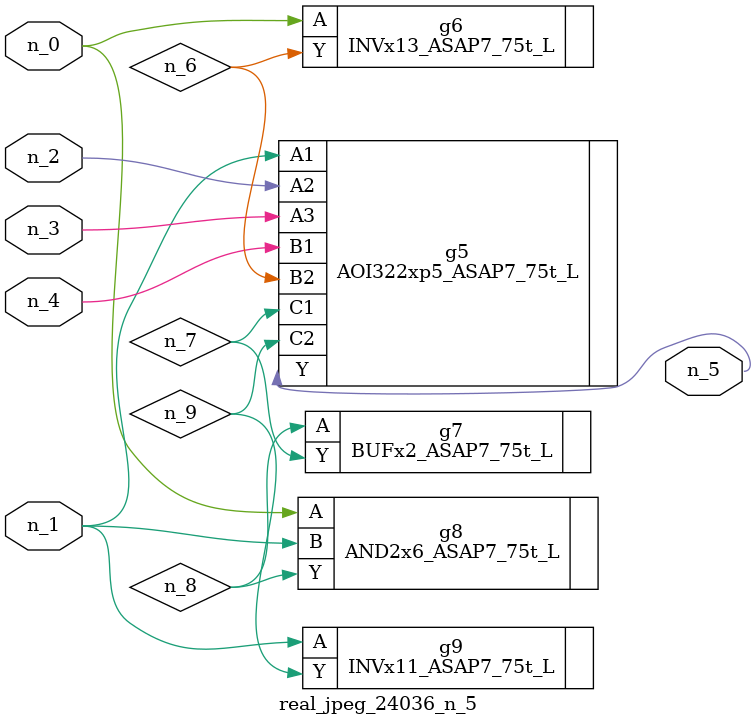
<source format=v>
module real_jpeg_24036_n_5 (n_4, n_0, n_1, n_2, n_3, n_5);

input n_4;
input n_0;
input n_1;
input n_2;
input n_3;

output n_5;

wire n_8;
wire n_6;
wire n_7;
wire n_9;

INVx13_ASAP7_75t_L g6 ( 
.A(n_0),
.Y(n_6)
);

AND2x6_ASAP7_75t_L g8 ( 
.A(n_0),
.B(n_1),
.Y(n_8)
);

AOI322xp5_ASAP7_75t_L g5 ( 
.A1(n_1),
.A2(n_2),
.A3(n_3),
.B1(n_4),
.B2(n_6),
.C1(n_7),
.C2(n_9),
.Y(n_5)
);

INVx11_ASAP7_75t_L g9 ( 
.A(n_1),
.Y(n_9)
);

BUFx2_ASAP7_75t_L g7 ( 
.A(n_8),
.Y(n_7)
);


endmodule
</source>
